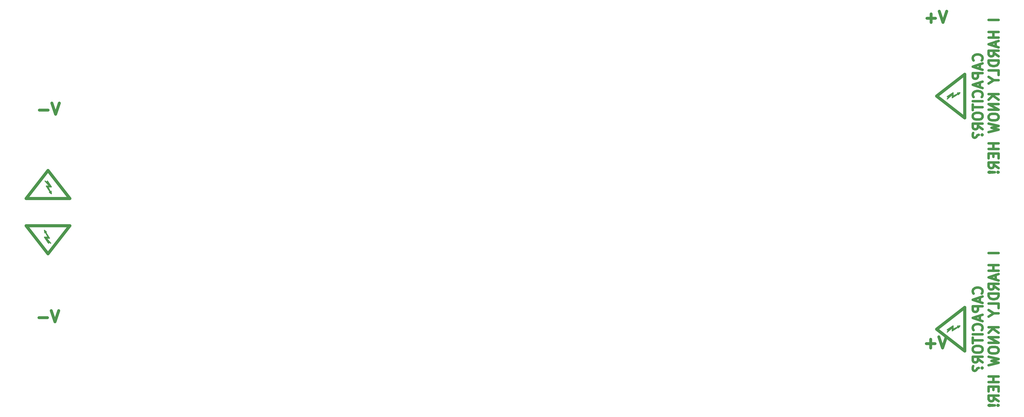
<source format=gbo>
G04 #@! TF.GenerationSoftware,KiCad,Pcbnew,7.0.2*
G04 #@! TF.CreationDate,2024-02-27T17:42:23-06:00*
G04 #@! TF.ProjectId,CapBankBreakout,43617042-616e-46b4-9272-65616b6f7574,rev?*
G04 #@! TF.SameCoordinates,Original*
G04 #@! TF.FileFunction,Legend,Bot*
G04 #@! TF.FilePolarity,Positive*
%FSLAX46Y46*%
G04 Gerber Fmt 4.6, Leading zero omitted, Abs format (unit mm)*
G04 Created by KiCad (PCBNEW 7.0.2) date 2024-02-27 17:42:23*
%MOMM*%
%LPD*%
G01*
G04 APERTURE LIST*
%ADD10C,1.143000*%
%ADD11C,1.000000*%
%ADD12C,0.100000*%
%ADD13C,1.270000*%
%ADD14C,0.381000*%
%ADD15R,18.288000X18.288000*%
%ADD16C,0.500000*%
%ADD17R,2.082800X2.082800*%
%ADD18C,2.082800*%
G04 APERTURE END LIST*
D10*
X140154285Y-152868474D02*
X138630285Y-157440474D01*
X138630285Y-157440474D02*
X137106285Y-152868474D01*
X135582285Y-155698760D02*
X132098857Y-155698760D01*
X139954285Y-237468474D02*
X138430285Y-242040474D01*
X138430285Y-242040474D02*
X136906285Y-237468474D01*
X135382285Y-240298760D02*
X131898857Y-240298760D01*
X500754285Y-248068474D02*
X499230285Y-252640474D01*
X499230285Y-252640474D02*
X497706285Y-248068474D01*
X496182285Y-250898760D02*
X492698857Y-250898760D01*
X494440571Y-252640474D02*
X494440571Y-249157045D01*
X500954285Y-115468474D02*
X499430285Y-120040474D01*
X499430285Y-120040474D02*
X497906285Y-115468474D01*
X496382285Y-118298760D02*
X492898857Y-118298760D01*
X494640571Y-120040474D02*
X494640571Y-116557045D01*
D11*
X515149523Y-230523810D02*
X515340000Y-230333334D01*
X515340000Y-230333334D02*
X515530476Y-229761905D01*
X515530476Y-229761905D02*
X515530476Y-229380953D01*
X515530476Y-229380953D02*
X515340000Y-228809524D01*
X515340000Y-228809524D02*
X514959047Y-228428572D01*
X514959047Y-228428572D02*
X514578095Y-228238095D01*
X514578095Y-228238095D02*
X513816190Y-228047619D01*
X513816190Y-228047619D02*
X513244761Y-228047619D01*
X513244761Y-228047619D02*
X512482857Y-228238095D01*
X512482857Y-228238095D02*
X512101904Y-228428572D01*
X512101904Y-228428572D02*
X511720952Y-228809524D01*
X511720952Y-228809524D02*
X511530476Y-229380953D01*
X511530476Y-229380953D02*
X511530476Y-229761905D01*
X511530476Y-229761905D02*
X511720952Y-230333334D01*
X511720952Y-230333334D02*
X511911428Y-230523810D01*
X514387619Y-232047619D02*
X514387619Y-233952381D01*
X515530476Y-231666667D02*
X511530476Y-233000000D01*
X511530476Y-233000000D02*
X515530476Y-234333334D01*
X515530476Y-235666666D02*
X511530476Y-235666666D01*
X511530476Y-235666666D02*
X511530476Y-237190476D01*
X511530476Y-237190476D02*
X511720952Y-237571428D01*
X511720952Y-237571428D02*
X511911428Y-237761905D01*
X511911428Y-237761905D02*
X512292380Y-237952381D01*
X512292380Y-237952381D02*
X512863809Y-237952381D01*
X512863809Y-237952381D02*
X513244761Y-237761905D01*
X513244761Y-237761905D02*
X513435238Y-237571428D01*
X513435238Y-237571428D02*
X513625714Y-237190476D01*
X513625714Y-237190476D02*
X513625714Y-235666666D01*
X514387619Y-239476190D02*
X514387619Y-241380952D01*
X515530476Y-239095238D02*
X511530476Y-240428571D01*
X511530476Y-240428571D02*
X515530476Y-241761905D01*
X515149523Y-245380952D02*
X515340000Y-245190476D01*
X515340000Y-245190476D02*
X515530476Y-244619047D01*
X515530476Y-244619047D02*
X515530476Y-244238095D01*
X515530476Y-244238095D02*
X515340000Y-243666666D01*
X515340000Y-243666666D02*
X514959047Y-243285714D01*
X514959047Y-243285714D02*
X514578095Y-243095237D01*
X514578095Y-243095237D02*
X513816190Y-242904761D01*
X513816190Y-242904761D02*
X513244761Y-242904761D01*
X513244761Y-242904761D02*
X512482857Y-243095237D01*
X512482857Y-243095237D02*
X512101904Y-243285714D01*
X512101904Y-243285714D02*
X511720952Y-243666666D01*
X511720952Y-243666666D02*
X511530476Y-244238095D01*
X511530476Y-244238095D02*
X511530476Y-244619047D01*
X511530476Y-244619047D02*
X511720952Y-245190476D01*
X511720952Y-245190476D02*
X511911428Y-245380952D01*
X515530476Y-247095237D02*
X511530476Y-247095237D01*
X511530476Y-248428571D02*
X511530476Y-250714285D01*
X515530476Y-249571428D02*
X511530476Y-249571428D01*
X511530476Y-252809523D02*
X511530476Y-253571428D01*
X511530476Y-253571428D02*
X511720952Y-253952380D01*
X511720952Y-253952380D02*
X512101904Y-254333333D01*
X512101904Y-254333333D02*
X512863809Y-254523809D01*
X512863809Y-254523809D02*
X514197142Y-254523809D01*
X514197142Y-254523809D02*
X514959047Y-254333333D01*
X514959047Y-254333333D02*
X515340000Y-253952380D01*
X515340000Y-253952380D02*
X515530476Y-253571428D01*
X515530476Y-253571428D02*
X515530476Y-252809523D01*
X515530476Y-252809523D02*
X515340000Y-252428571D01*
X515340000Y-252428571D02*
X514959047Y-252047618D01*
X514959047Y-252047618D02*
X514197142Y-251857142D01*
X514197142Y-251857142D02*
X512863809Y-251857142D01*
X512863809Y-251857142D02*
X512101904Y-252047618D01*
X512101904Y-252047618D02*
X511720952Y-252428571D01*
X511720952Y-252428571D02*
X511530476Y-252809523D01*
X515530476Y-258523809D02*
X513625714Y-257190475D01*
X515530476Y-256238094D02*
X511530476Y-256238094D01*
X511530476Y-256238094D02*
X511530476Y-257761904D01*
X511530476Y-257761904D02*
X511720952Y-258142856D01*
X511720952Y-258142856D02*
X511911428Y-258333333D01*
X511911428Y-258333333D02*
X512292380Y-258523809D01*
X512292380Y-258523809D02*
X512863809Y-258523809D01*
X512863809Y-258523809D02*
X513244761Y-258333333D01*
X513244761Y-258333333D02*
X513435238Y-258142856D01*
X513435238Y-258142856D02*
X513625714Y-257761904D01*
X513625714Y-257761904D02*
X513625714Y-256238094D01*
X515149523Y-260809523D02*
X515340000Y-260999999D01*
X515340000Y-260999999D02*
X515530476Y-260809523D01*
X515530476Y-260809523D02*
X515340000Y-260619047D01*
X515340000Y-260619047D02*
X515149523Y-260809523D01*
X515149523Y-260809523D02*
X515530476Y-260809523D01*
X511720952Y-260047618D02*
X511530476Y-260428571D01*
X511530476Y-260428571D02*
X511530476Y-261380952D01*
X511530476Y-261380952D02*
X511720952Y-261761904D01*
X511720952Y-261761904D02*
X512101904Y-261952380D01*
X512101904Y-261952380D02*
X512482857Y-261952380D01*
X512482857Y-261952380D02*
X512863809Y-261761904D01*
X512863809Y-261761904D02*
X513054285Y-261571428D01*
X513054285Y-261571428D02*
X513244761Y-261190475D01*
X513244761Y-261190475D02*
X513435238Y-260999999D01*
X513435238Y-260999999D02*
X513816190Y-260809523D01*
X513816190Y-260809523D02*
X514006666Y-260809523D01*
X522010476Y-213952381D02*
X518010476Y-213952381D01*
X522010476Y-218904762D02*
X518010476Y-218904762D01*
X519915238Y-218904762D02*
X519915238Y-221190477D01*
X522010476Y-221190477D02*
X518010476Y-221190477D01*
X520867619Y-222904762D02*
X520867619Y-224809524D01*
X522010476Y-222523810D02*
X518010476Y-223857143D01*
X518010476Y-223857143D02*
X522010476Y-225190477D01*
X522010476Y-228809524D02*
X520105714Y-227476190D01*
X522010476Y-226523809D02*
X518010476Y-226523809D01*
X518010476Y-226523809D02*
X518010476Y-228047619D01*
X518010476Y-228047619D02*
X518200952Y-228428571D01*
X518200952Y-228428571D02*
X518391428Y-228619048D01*
X518391428Y-228619048D02*
X518772380Y-228809524D01*
X518772380Y-228809524D02*
X519343809Y-228809524D01*
X519343809Y-228809524D02*
X519724761Y-228619048D01*
X519724761Y-228619048D02*
X519915238Y-228428571D01*
X519915238Y-228428571D02*
X520105714Y-228047619D01*
X520105714Y-228047619D02*
X520105714Y-226523809D01*
X522010476Y-230523809D02*
X518010476Y-230523809D01*
X518010476Y-230523809D02*
X518010476Y-231476190D01*
X518010476Y-231476190D02*
X518200952Y-232047619D01*
X518200952Y-232047619D02*
X518581904Y-232428571D01*
X518581904Y-232428571D02*
X518962857Y-232619048D01*
X518962857Y-232619048D02*
X519724761Y-232809524D01*
X519724761Y-232809524D02*
X520296190Y-232809524D01*
X520296190Y-232809524D02*
X521058095Y-232619048D01*
X521058095Y-232619048D02*
X521439047Y-232428571D01*
X521439047Y-232428571D02*
X521820000Y-232047619D01*
X521820000Y-232047619D02*
X522010476Y-231476190D01*
X522010476Y-231476190D02*
X522010476Y-230523809D01*
X522010476Y-236428571D02*
X522010476Y-234523809D01*
X522010476Y-234523809D02*
X518010476Y-234523809D01*
X520105714Y-238523809D02*
X522010476Y-238523809D01*
X518010476Y-237190476D02*
X520105714Y-238523809D01*
X520105714Y-238523809D02*
X518010476Y-239857143D01*
X522010476Y-244238094D02*
X518010476Y-244238094D01*
X522010476Y-246523809D02*
X519724761Y-244809523D01*
X518010476Y-246523809D02*
X520296190Y-244238094D01*
X522010476Y-248238094D02*
X518010476Y-248238094D01*
X518010476Y-248238094D02*
X522010476Y-250523809D01*
X522010476Y-250523809D02*
X518010476Y-250523809D01*
X518010476Y-253190475D02*
X518010476Y-253952380D01*
X518010476Y-253952380D02*
X518200952Y-254333332D01*
X518200952Y-254333332D02*
X518581904Y-254714285D01*
X518581904Y-254714285D02*
X519343809Y-254904761D01*
X519343809Y-254904761D02*
X520677142Y-254904761D01*
X520677142Y-254904761D02*
X521439047Y-254714285D01*
X521439047Y-254714285D02*
X521820000Y-254333332D01*
X521820000Y-254333332D02*
X522010476Y-253952380D01*
X522010476Y-253952380D02*
X522010476Y-253190475D01*
X522010476Y-253190475D02*
X521820000Y-252809523D01*
X521820000Y-252809523D02*
X521439047Y-252428570D01*
X521439047Y-252428570D02*
X520677142Y-252238094D01*
X520677142Y-252238094D02*
X519343809Y-252238094D01*
X519343809Y-252238094D02*
X518581904Y-252428570D01*
X518581904Y-252428570D02*
X518200952Y-252809523D01*
X518200952Y-252809523D02*
X518010476Y-253190475D01*
X518010476Y-256238094D02*
X522010476Y-257190475D01*
X522010476Y-257190475D02*
X519153333Y-257952380D01*
X519153333Y-257952380D02*
X522010476Y-258714285D01*
X522010476Y-258714285D02*
X518010476Y-259666666D01*
X522010476Y-264238094D02*
X518010476Y-264238094D01*
X519915238Y-264238094D02*
X519915238Y-266523809D01*
X522010476Y-266523809D02*
X518010476Y-266523809D01*
X519915238Y-268428570D02*
X519915238Y-269761904D01*
X522010476Y-270333332D02*
X522010476Y-268428570D01*
X522010476Y-268428570D02*
X518010476Y-268428570D01*
X518010476Y-268428570D02*
X518010476Y-270333332D01*
X522010476Y-274333333D02*
X520105714Y-272999999D01*
X522010476Y-272047618D02*
X518010476Y-272047618D01*
X518010476Y-272047618D02*
X518010476Y-273571428D01*
X518010476Y-273571428D02*
X518200952Y-273952380D01*
X518200952Y-273952380D02*
X518391428Y-274142857D01*
X518391428Y-274142857D02*
X518772380Y-274333333D01*
X518772380Y-274333333D02*
X519343809Y-274333333D01*
X519343809Y-274333333D02*
X519724761Y-274142857D01*
X519724761Y-274142857D02*
X519915238Y-273952380D01*
X519915238Y-273952380D02*
X520105714Y-273571428D01*
X520105714Y-273571428D02*
X520105714Y-272047618D01*
X521629523Y-276047618D02*
X521820000Y-276238095D01*
X521820000Y-276238095D02*
X522010476Y-276047618D01*
X522010476Y-276047618D02*
X521820000Y-275857142D01*
X521820000Y-275857142D02*
X521629523Y-276047618D01*
X521629523Y-276047618D02*
X522010476Y-276047618D01*
X520486666Y-276047618D02*
X518200952Y-275857142D01*
X518200952Y-275857142D02*
X518010476Y-276047618D01*
X518010476Y-276047618D02*
X518200952Y-276238095D01*
X518200952Y-276238095D02*
X520486666Y-276047618D01*
X520486666Y-276047618D02*
X518010476Y-276047618D01*
X515149523Y-135523810D02*
X515340000Y-135333334D01*
X515340000Y-135333334D02*
X515530476Y-134761905D01*
X515530476Y-134761905D02*
X515530476Y-134380953D01*
X515530476Y-134380953D02*
X515340000Y-133809524D01*
X515340000Y-133809524D02*
X514959047Y-133428572D01*
X514959047Y-133428572D02*
X514578095Y-133238095D01*
X514578095Y-133238095D02*
X513816190Y-133047619D01*
X513816190Y-133047619D02*
X513244761Y-133047619D01*
X513244761Y-133047619D02*
X512482857Y-133238095D01*
X512482857Y-133238095D02*
X512101904Y-133428572D01*
X512101904Y-133428572D02*
X511720952Y-133809524D01*
X511720952Y-133809524D02*
X511530476Y-134380953D01*
X511530476Y-134380953D02*
X511530476Y-134761905D01*
X511530476Y-134761905D02*
X511720952Y-135333334D01*
X511720952Y-135333334D02*
X511911428Y-135523810D01*
X514387619Y-137047619D02*
X514387619Y-138952381D01*
X515530476Y-136666667D02*
X511530476Y-138000000D01*
X511530476Y-138000000D02*
X515530476Y-139333334D01*
X515530476Y-140666666D02*
X511530476Y-140666666D01*
X511530476Y-140666666D02*
X511530476Y-142190476D01*
X511530476Y-142190476D02*
X511720952Y-142571428D01*
X511720952Y-142571428D02*
X511911428Y-142761905D01*
X511911428Y-142761905D02*
X512292380Y-142952381D01*
X512292380Y-142952381D02*
X512863809Y-142952381D01*
X512863809Y-142952381D02*
X513244761Y-142761905D01*
X513244761Y-142761905D02*
X513435238Y-142571428D01*
X513435238Y-142571428D02*
X513625714Y-142190476D01*
X513625714Y-142190476D02*
X513625714Y-140666666D01*
X514387619Y-144476190D02*
X514387619Y-146380952D01*
X515530476Y-144095238D02*
X511530476Y-145428571D01*
X511530476Y-145428571D02*
X515530476Y-146761905D01*
X515149523Y-150380952D02*
X515340000Y-150190476D01*
X515340000Y-150190476D02*
X515530476Y-149619047D01*
X515530476Y-149619047D02*
X515530476Y-149238095D01*
X515530476Y-149238095D02*
X515340000Y-148666666D01*
X515340000Y-148666666D02*
X514959047Y-148285714D01*
X514959047Y-148285714D02*
X514578095Y-148095237D01*
X514578095Y-148095237D02*
X513816190Y-147904761D01*
X513816190Y-147904761D02*
X513244761Y-147904761D01*
X513244761Y-147904761D02*
X512482857Y-148095237D01*
X512482857Y-148095237D02*
X512101904Y-148285714D01*
X512101904Y-148285714D02*
X511720952Y-148666666D01*
X511720952Y-148666666D02*
X511530476Y-149238095D01*
X511530476Y-149238095D02*
X511530476Y-149619047D01*
X511530476Y-149619047D02*
X511720952Y-150190476D01*
X511720952Y-150190476D02*
X511911428Y-150380952D01*
X515530476Y-152095237D02*
X511530476Y-152095237D01*
X511530476Y-153428571D02*
X511530476Y-155714285D01*
X515530476Y-154571428D02*
X511530476Y-154571428D01*
X511530476Y-157809523D02*
X511530476Y-158571428D01*
X511530476Y-158571428D02*
X511720952Y-158952380D01*
X511720952Y-158952380D02*
X512101904Y-159333333D01*
X512101904Y-159333333D02*
X512863809Y-159523809D01*
X512863809Y-159523809D02*
X514197142Y-159523809D01*
X514197142Y-159523809D02*
X514959047Y-159333333D01*
X514959047Y-159333333D02*
X515340000Y-158952380D01*
X515340000Y-158952380D02*
X515530476Y-158571428D01*
X515530476Y-158571428D02*
X515530476Y-157809523D01*
X515530476Y-157809523D02*
X515340000Y-157428571D01*
X515340000Y-157428571D02*
X514959047Y-157047618D01*
X514959047Y-157047618D02*
X514197142Y-156857142D01*
X514197142Y-156857142D02*
X512863809Y-156857142D01*
X512863809Y-156857142D02*
X512101904Y-157047618D01*
X512101904Y-157047618D02*
X511720952Y-157428571D01*
X511720952Y-157428571D02*
X511530476Y-157809523D01*
X515530476Y-163523809D02*
X513625714Y-162190475D01*
X515530476Y-161238094D02*
X511530476Y-161238094D01*
X511530476Y-161238094D02*
X511530476Y-162761904D01*
X511530476Y-162761904D02*
X511720952Y-163142856D01*
X511720952Y-163142856D02*
X511911428Y-163333333D01*
X511911428Y-163333333D02*
X512292380Y-163523809D01*
X512292380Y-163523809D02*
X512863809Y-163523809D01*
X512863809Y-163523809D02*
X513244761Y-163333333D01*
X513244761Y-163333333D02*
X513435238Y-163142856D01*
X513435238Y-163142856D02*
X513625714Y-162761904D01*
X513625714Y-162761904D02*
X513625714Y-161238094D01*
X515149523Y-165809523D02*
X515340000Y-165999999D01*
X515340000Y-165999999D02*
X515530476Y-165809523D01*
X515530476Y-165809523D02*
X515340000Y-165619047D01*
X515340000Y-165619047D02*
X515149523Y-165809523D01*
X515149523Y-165809523D02*
X515530476Y-165809523D01*
X511720952Y-165047618D02*
X511530476Y-165428571D01*
X511530476Y-165428571D02*
X511530476Y-166380952D01*
X511530476Y-166380952D02*
X511720952Y-166761904D01*
X511720952Y-166761904D02*
X512101904Y-166952380D01*
X512101904Y-166952380D02*
X512482857Y-166952380D01*
X512482857Y-166952380D02*
X512863809Y-166761904D01*
X512863809Y-166761904D02*
X513054285Y-166571428D01*
X513054285Y-166571428D02*
X513244761Y-166190475D01*
X513244761Y-166190475D02*
X513435238Y-165999999D01*
X513435238Y-165999999D02*
X513816190Y-165809523D01*
X513816190Y-165809523D02*
X514006666Y-165809523D01*
X522010476Y-118952381D02*
X518010476Y-118952381D01*
X522010476Y-123904762D02*
X518010476Y-123904762D01*
X519915238Y-123904762D02*
X519915238Y-126190477D01*
X522010476Y-126190477D02*
X518010476Y-126190477D01*
X520867619Y-127904762D02*
X520867619Y-129809524D01*
X522010476Y-127523810D02*
X518010476Y-128857143D01*
X518010476Y-128857143D02*
X522010476Y-130190477D01*
X522010476Y-133809524D02*
X520105714Y-132476190D01*
X522010476Y-131523809D02*
X518010476Y-131523809D01*
X518010476Y-131523809D02*
X518010476Y-133047619D01*
X518010476Y-133047619D02*
X518200952Y-133428571D01*
X518200952Y-133428571D02*
X518391428Y-133619048D01*
X518391428Y-133619048D02*
X518772380Y-133809524D01*
X518772380Y-133809524D02*
X519343809Y-133809524D01*
X519343809Y-133809524D02*
X519724761Y-133619048D01*
X519724761Y-133619048D02*
X519915238Y-133428571D01*
X519915238Y-133428571D02*
X520105714Y-133047619D01*
X520105714Y-133047619D02*
X520105714Y-131523809D01*
X522010476Y-135523809D02*
X518010476Y-135523809D01*
X518010476Y-135523809D02*
X518010476Y-136476190D01*
X518010476Y-136476190D02*
X518200952Y-137047619D01*
X518200952Y-137047619D02*
X518581904Y-137428571D01*
X518581904Y-137428571D02*
X518962857Y-137619048D01*
X518962857Y-137619048D02*
X519724761Y-137809524D01*
X519724761Y-137809524D02*
X520296190Y-137809524D01*
X520296190Y-137809524D02*
X521058095Y-137619048D01*
X521058095Y-137619048D02*
X521439047Y-137428571D01*
X521439047Y-137428571D02*
X521820000Y-137047619D01*
X521820000Y-137047619D02*
X522010476Y-136476190D01*
X522010476Y-136476190D02*
X522010476Y-135523809D01*
X522010476Y-141428571D02*
X522010476Y-139523809D01*
X522010476Y-139523809D02*
X518010476Y-139523809D01*
X520105714Y-143523809D02*
X522010476Y-143523809D01*
X518010476Y-142190476D02*
X520105714Y-143523809D01*
X520105714Y-143523809D02*
X518010476Y-144857143D01*
X522010476Y-149238094D02*
X518010476Y-149238094D01*
X522010476Y-151523809D02*
X519724761Y-149809523D01*
X518010476Y-151523809D02*
X520296190Y-149238094D01*
X522010476Y-153238094D02*
X518010476Y-153238094D01*
X518010476Y-153238094D02*
X522010476Y-155523809D01*
X522010476Y-155523809D02*
X518010476Y-155523809D01*
X518010476Y-158190475D02*
X518010476Y-158952380D01*
X518010476Y-158952380D02*
X518200952Y-159333332D01*
X518200952Y-159333332D02*
X518581904Y-159714285D01*
X518581904Y-159714285D02*
X519343809Y-159904761D01*
X519343809Y-159904761D02*
X520677142Y-159904761D01*
X520677142Y-159904761D02*
X521439047Y-159714285D01*
X521439047Y-159714285D02*
X521820000Y-159333332D01*
X521820000Y-159333332D02*
X522010476Y-158952380D01*
X522010476Y-158952380D02*
X522010476Y-158190475D01*
X522010476Y-158190475D02*
X521820000Y-157809523D01*
X521820000Y-157809523D02*
X521439047Y-157428570D01*
X521439047Y-157428570D02*
X520677142Y-157238094D01*
X520677142Y-157238094D02*
X519343809Y-157238094D01*
X519343809Y-157238094D02*
X518581904Y-157428570D01*
X518581904Y-157428570D02*
X518200952Y-157809523D01*
X518200952Y-157809523D02*
X518010476Y-158190475D01*
X518010476Y-161238094D02*
X522010476Y-162190475D01*
X522010476Y-162190475D02*
X519153333Y-162952380D01*
X519153333Y-162952380D02*
X522010476Y-163714285D01*
X522010476Y-163714285D02*
X518010476Y-164666666D01*
X522010476Y-169238094D02*
X518010476Y-169238094D01*
X519915238Y-169238094D02*
X519915238Y-171523809D01*
X522010476Y-171523809D02*
X518010476Y-171523809D01*
X519915238Y-173428570D02*
X519915238Y-174761904D01*
X522010476Y-175333332D02*
X522010476Y-173428570D01*
X522010476Y-173428570D02*
X518010476Y-173428570D01*
X518010476Y-173428570D02*
X518010476Y-175333332D01*
X522010476Y-179333333D02*
X520105714Y-177999999D01*
X522010476Y-177047618D02*
X518010476Y-177047618D01*
X518010476Y-177047618D02*
X518010476Y-178571428D01*
X518010476Y-178571428D02*
X518200952Y-178952380D01*
X518200952Y-178952380D02*
X518391428Y-179142857D01*
X518391428Y-179142857D02*
X518772380Y-179333333D01*
X518772380Y-179333333D02*
X519343809Y-179333333D01*
X519343809Y-179333333D02*
X519724761Y-179142857D01*
X519724761Y-179142857D02*
X519915238Y-178952380D01*
X519915238Y-178952380D02*
X520105714Y-178571428D01*
X520105714Y-178571428D02*
X520105714Y-177047618D01*
X521629523Y-181047618D02*
X521820000Y-181238095D01*
X521820000Y-181238095D02*
X522010476Y-181047618D01*
X522010476Y-181047618D02*
X521820000Y-180857142D01*
X521820000Y-180857142D02*
X521629523Y-181047618D01*
X521629523Y-181047618D02*
X522010476Y-181047618D01*
X520486666Y-181047618D02*
X518200952Y-180857142D01*
X518200952Y-180857142D02*
X518010476Y-181047618D01*
X518010476Y-181047618D02*
X518200952Y-181238095D01*
X518200952Y-181238095D02*
X520486666Y-181047618D01*
X520486666Y-181047618D02*
X518010476Y-181047618D01*
D12*
X134166666Y-202322380D02*
X133833333Y-202798571D01*
X133595238Y-202322380D02*
X133595238Y-203322380D01*
X133595238Y-203322380D02*
X133976190Y-203322380D01*
X133976190Y-203322380D02*
X134071428Y-203274761D01*
X134071428Y-203274761D02*
X134119047Y-203227142D01*
X134119047Y-203227142D02*
X134166666Y-203131904D01*
X134166666Y-203131904D02*
X134166666Y-202989047D01*
X134166666Y-202989047D02*
X134119047Y-202893809D01*
X134119047Y-202893809D02*
X134071428Y-202846190D01*
X134071428Y-202846190D02*
X133976190Y-202798571D01*
X133976190Y-202798571D02*
X133595238Y-202798571D01*
X134595238Y-202846190D02*
X134928571Y-202846190D01*
X135071428Y-202322380D02*
X134595238Y-202322380D01*
X134595238Y-202322380D02*
X134595238Y-203322380D01*
X134595238Y-203322380D02*
X135071428Y-203322380D01*
X135833333Y-202846190D02*
X135500000Y-202846190D01*
X135500000Y-202322380D02*
X135500000Y-203322380D01*
X135500000Y-203322380D02*
X135976190Y-203322380D01*
X136500000Y-203322380D02*
X136500000Y-203084285D01*
X136261905Y-203179523D02*
X136500000Y-203084285D01*
X136500000Y-203084285D02*
X136738095Y-203179523D01*
X136357143Y-202893809D02*
X136500000Y-203084285D01*
X136500000Y-203084285D02*
X136642857Y-202893809D01*
X137261905Y-203322380D02*
X137261905Y-203084285D01*
X137023810Y-203179523D02*
X137261905Y-203084285D01*
X137261905Y-203084285D02*
X137500000Y-203179523D01*
X137119048Y-202893809D02*
X137261905Y-203084285D01*
X137261905Y-203084285D02*
X137404762Y-202893809D01*
X508677619Y-148666666D02*
X508201428Y-148333333D01*
X508677619Y-148095238D02*
X507677619Y-148095238D01*
X507677619Y-148095238D02*
X507677619Y-148476190D01*
X507677619Y-148476190D02*
X507725238Y-148571428D01*
X507725238Y-148571428D02*
X507772857Y-148619047D01*
X507772857Y-148619047D02*
X507868095Y-148666666D01*
X507868095Y-148666666D02*
X508010952Y-148666666D01*
X508010952Y-148666666D02*
X508106190Y-148619047D01*
X508106190Y-148619047D02*
X508153809Y-148571428D01*
X508153809Y-148571428D02*
X508201428Y-148476190D01*
X508201428Y-148476190D02*
X508201428Y-148095238D01*
X508153809Y-149095238D02*
X508153809Y-149428571D01*
X508677619Y-149571428D02*
X508677619Y-149095238D01*
X508677619Y-149095238D02*
X507677619Y-149095238D01*
X507677619Y-149095238D02*
X507677619Y-149571428D01*
X508153809Y-150333333D02*
X508153809Y-150000000D01*
X508677619Y-150000000D02*
X507677619Y-150000000D01*
X507677619Y-150000000D02*
X507677619Y-150476190D01*
X507677619Y-151000000D02*
X507915714Y-151000000D01*
X507820476Y-150761905D02*
X507915714Y-151000000D01*
X507915714Y-151000000D02*
X507820476Y-151238095D01*
X508106190Y-150857143D02*
X507915714Y-151000000D01*
X507915714Y-151000000D02*
X508106190Y-151142857D01*
X507677619Y-151761905D02*
X507915714Y-151761905D01*
X507820476Y-151523810D02*
X507915714Y-151761905D01*
X507915714Y-151761905D02*
X507820476Y-152000000D01*
X508106190Y-151619048D02*
X507915714Y-151761905D01*
X507915714Y-151761905D02*
X508106190Y-151904762D01*
X136833333Y-192177619D02*
X137166666Y-191701428D01*
X137404761Y-192177619D02*
X137404761Y-191177619D01*
X137404761Y-191177619D02*
X137023809Y-191177619D01*
X137023809Y-191177619D02*
X136928571Y-191225238D01*
X136928571Y-191225238D02*
X136880952Y-191272857D01*
X136880952Y-191272857D02*
X136833333Y-191368095D01*
X136833333Y-191368095D02*
X136833333Y-191510952D01*
X136833333Y-191510952D02*
X136880952Y-191606190D01*
X136880952Y-191606190D02*
X136928571Y-191653809D01*
X136928571Y-191653809D02*
X137023809Y-191701428D01*
X137023809Y-191701428D02*
X137404761Y-191701428D01*
X136404761Y-191653809D02*
X136071428Y-191653809D01*
X135928571Y-192177619D02*
X136404761Y-192177619D01*
X136404761Y-192177619D02*
X136404761Y-191177619D01*
X136404761Y-191177619D02*
X135928571Y-191177619D01*
X135166666Y-191653809D02*
X135499999Y-191653809D01*
X135499999Y-192177619D02*
X135499999Y-191177619D01*
X135499999Y-191177619D02*
X135023809Y-191177619D01*
X134499999Y-191177619D02*
X134499999Y-191415714D01*
X134738094Y-191320476D02*
X134499999Y-191415714D01*
X134499999Y-191415714D02*
X134261904Y-191320476D01*
X134642856Y-191606190D02*
X134499999Y-191415714D01*
X134499999Y-191415714D02*
X134357142Y-191606190D01*
X133738094Y-191177619D02*
X133738094Y-191415714D01*
X133976189Y-191320476D02*
X133738094Y-191415714D01*
X133738094Y-191415714D02*
X133499999Y-191320476D01*
X133880951Y-191606190D02*
X133738094Y-191415714D01*
X133738094Y-191415714D02*
X133595237Y-191606190D01*
X508677619Y-243666666D02*
X508201428Y-243333333D01*
X508677619Y-243095238D02*
X507677619Y-243095238D01*
X507677619Y-243095238D02*
X507677619Y-243476190D01*
X507677619Y-243476190D02*
X507725238Y-243571428D01*
X507725238Y-243571428D02*
X507772857Y-243619047D01*
X507772857Y-243619047D02*
X507868095Y-243666666D01*
X507868095Y-243666666D02*
X508010952Y-243666666D01*
X508010952Y-243666666D02*
X508106190Y-243619047D01*
X508106190Y-243619047D02*
X508153809Y-243571428D01*
X508153809Y-243571428D02*
X508201428Y-243476190D01*
X508201428Y-243476190D02*
X508201428Y-243095238D01*
X508153809Y-244095238D02*
X508153809Y-244428571D01*
X508677619Y-244571428D02*
X508677619Y-244095238D01*
X508677619Y-244095238D02*
X507677619Y-244095238D01*
X507677619Y-244095238D02*
X507677619Y-244571428D01*
X508153809Y-245333333D02*
X508153809Y-245000000D01*
X508677619Y-245000000D02*
X507677619Y-245000000D01*
X507677619Y-245000000D02*
X507677619Y-245476190D01*
X507677619Y-246000000D02*
X507915714Y-246000000D01*
X507820476Y-245761905D02*
X507915714Y-246000000D01*
X507915714Y-246000000D02*
X507820476Y-246238095D01*
X508106190Y-245857143D02*
X507915714Y-246000000D01*
X507915714Y-246000000D02*
X508106190Y-246142857D01*
X507677619Y-246761905D02*
X507915714Y-246761905D01*
X507820476Y-246523810D02*
X507915714Y-246761905D01*
X507915714Y-246761905D02*
X507820476Y-247000000D01*
X508106190Y-246619048D02*
X507915714Y-246761905D01*
X507915714Y-246761905D02*
X508106190Y-246904762D01*
D13*
X126610000Y-202785000D02*
X135500000Y-214215000D01*
D14*
X134103000Y-204690000D02*
X134865000Y-205325000D01*
X134103000Y-207484000D02*
X135500000Y-207484000D01*
X134230000Y-205706000D02*
X134103000Y-204690000D01*
X134357000Y-205071000D02*
X136135000Y-207865000D01*
X134357000Y-205198000D02*
X134230000Y-205706000D01*
X134484000Y-207611000D02*
X135754000Y-207611000D01*
X134865000Y-205325000D02*
X134357000Y-205071000D01*
X134865000Y-207865000D02*
X136643000Y-209897000D01*
X135500000Y-207484000D02*
X134357000Y-205198000D01*
D13*
X135500000Y-214215000D02*
X144390000Y-202785000D01*
D14*
X135627000Y-209770000D02*
X134103000Y-207484000D01*
X135881000Y-209389000D02*
X135754000Y-209897000D01*
X135881000Y-209516000D02*
X134484000Y-207611000D01*
X136135000Y-207865000D02*
X134865000Y-207865000D01*
X136643000Y-209897000D02*
X135881000Y-209389000D01*
D13*
X144390000Y-202785000D02*
X126610000Y-202785000D01*
X508215000Y-141110000D02*
X496785000Y-150000000D01*
D14*
X506310000Y-148603000D02*
X505675000Y-149365000D01*
X503516000Y-148603000D02*
X503516000Y-150000000D01*
X505294000Y-148730000D02*
X506310000Y-148603000D01*
X505929000Y-148857000D02*
X503135000Y-150635000D01*
X505802000Y-148857000D02*
X505294000Y-148730000D01*
X503389000Y-148984000D02*
X503389000Y-150254000D01*
X505675000Y-149365000D02*
X505929000Y-148857000D01*
X503135000Y-149365000D02*
X501103000Y-151143000D01*
X503516000Y-150000000D02*
X505802000Y-148857000D01*
D13*
X496785000Y-150000000D02*
X508215000Y-158890000D01*
D14*
X501230000Y-150127000D02*
X503516000Y-148603000D01*
X501611000Y-150381000D02*
X501103000Y-150254000D01*
X501484000Y-150381000D02*
X503389000Y-148984000D01*
X503135000Y-150635000D02*
X503135000Y-149365000D01*
X501103000Y-151143000D02*
X501611000Y-150381000D01*
D13*
X508215000Y-158890000D02*
X508215000Y-141110000D01*
X144390000Y-191715000D02*
X135500000Y-180285000D01*
D14*
X136897000Y-189810000D02*
X136135000Y-189175000D01*
X136897000Y-187016000D02*
X135500000Y-187016000D01*
X136770000Y-188794000D02*
X136897000Y-189810000D01*
X136643000Y-189429000D02*
X134865000Y-186635000D01*
X136643000Y-189302000D02*
X136770000Y-188794000D01*
X136516000Y-186889000D02*
X135246000Y-186889000D01*
X136135000Y-189175000D02*
X136643000Y-189429000D01*
X136135000Y-186635000D02*
X134357000Y-184603000D01*
X135500000Y-187016000D02*
X136643000Y-189302000D01*
D13*
X135500000Y-180285000D02*
X126610000Y-191715000D01*
D14*
X135373000Y-184730000D02*
X136897000Y-187016000D01*
X135119000Y-185111000D02*
X135246000Y-184603000D01*
X135119000Y-184984000D02*
X136516000Y-186889000D01*
X134865000Y-186635000D02*
X136135000Y-186635000D01*
X134357000Y-184603000D02*
X135119000Y-185111000D01*
D13*
X126610000Y-191715000D02*
X144390000Y-191715000D01*
X508215000Y-236110000D02*
X496785000Y-245000000D01*
D14*
X506310000Y-243603000D02*
X505675000Y-244365000D01*
X503516000Y-243603000D02*
X503516000Y-245000000D01*
X505294000Y-243730000D02*
X506310000Y-243603000D01*
X505929000Y-243857000D02*
X503135000Y-245635000D01*
X505802000Y-243857000D02*
X505294000Y-243730000D01*
X503389000Y-243984000D02*
X503389000Y-245254000D01*
X505675000Y-244365000D02*
X505929000Y-243857000D01*
X503135000Y-244365000D02*
X501103000Y-246143000D01*
X503516000Y-245000000D02*
X505802000Y-243857000D01*
D13*
X496785000Y-245000000D02*
X508215000Y-253890000D01*
D14*
X501230000Y-245127000D02*
X503516000Y-243603000D01*
X501611000Y-245381000D02*
X501103000Y-245254000D01*
X501484000Y-245381000D02*
X503389000Y-243984000D01*
X503135000Y-245635000D02*
X503135000Y-244365000D01*
X501103000Y-246143000D02*
X501611000Y-245381000D01*
D13*
X508215000Y-253890000D02*
X508215000Y-236110000D01*
%LPC*%
D15*
X135585000Y-168965000D03*
D16*
X341250000Y-195000000D03*
X341250000Y-200000000D03*
X342000000Y-195000000D03*
X342000000Y-195000000D03*
X342000000Y-200000000D03*
X342000000Y-200000000D03*
X342750000Y-195000000D03*
X342750000Y-200000000D03*
X343500000Y-195000000D03*
X343500000Y-200000000D03*
X344250000Y-195000000D03*
X344250000Y-200000000D03*
X345000000Y-195000000D03*
X345000000Y-200000000D03*
X345750000Y-195000000D03*
X345750000Y-200000000D03*
X346500000Y-195000000D03*
X346500000Y-200000000D03*
X347250000Y-195000000D03*
X347250000Y-200000000D03*
X348000000Y-195000000D03*
X348000000Y-200000000D03*
X348750000Y-195000000D03*
X348750000Y-200000000D03*
D17*
X216994998Y-180175709D03*
D18*
X216994998Y-157675709D03*
X226737784Y-174550709D03*
X207252212Y-174550709D03*
D17*
X414927000Y-275457559D03*
D18*
X414927000Y-252957559D03*
X424669786Y-269832559D03*
X405184214Y-269832559D03*
D17*
X282927000Y-275457559D03*
D18*
X282927000Y-252957559D03*
X292669786Y-269832559D03*
X273184214Y-269832559D03*
D17*
X349130000Y-214649968D03*
D18*
X349130000Y-237149968D03*
X339387214Y-220274968D03*
X358872786Y-220274968D03*
D17*
X282994998Y-119495409D03*
D18*
X282994998Y-141995409D03*
X273252212Y-125120409D03*
X292737784Y-125120409D03*
D16*
X146250000Y-200000000D03*
X146250000Y-195000000D03*
X145500000Y-200000000D03*
X145500000Y-200000000D03*
X145500000Y-195000000D03*
X145500000Y-195000000D03*
X144750000Y-200000000D03*
X144750000Y-195000000D03*
X144000000Y-200000000D03*
X144000000Y-195000000D03*
X143250000Y-200000000D03*
X143250000Y-195000000D03*
X142500000Y-200000000D03*
X142500000Y-195000000D03*
X141750000Y-200000000D03*
X141750000Y-195000000D03*
X141000000Y-200000000D03*
X141000000Y-195000000D03*
X140250000Y-200000000D03*
X140250000Y-195000000D03*
X139500000Y-200000000D03*
X139500000Y-195000000D03*
X138750000Y-200000000D03*
X138750000Y-195000000D03*
D17*
X437130000Y-214649968D03*
D18*
X437130000Y-237149968D03*
X427387214Y-220274968D03*
X446872786Y-220274968D03*
D17*
X481130000Y-214649968D03*
D18*
X481130000Y-237149968D03*
X471387214Y-220274968D03*
X490872786Y-220274968D03*
D15*
X496160000Y-264027559D03*
D17*
X326898000Y-275457559D03*
D18*
X326898000Y-252957559D03*
X336640786Y-269832559D03*
X317155214Y-269832559D03*
D17*
X172994998Y-180175709D03*
D18*
X172994998Y-157675709D03*
X182737784Y-174550709D03*
X163252212Y-174550709D03*
D17*
X436994998Y-180175709D03*
D18*
X436994998Y-157675709D03*
X446737784Y-174550709D03*
X427252212Y-174550709D03*
D17*
X458994998Y-119585559D03*
D18*
X458994998Y-142085559D03*
X449252212Y-125210559D03*
X468737784Y-125210559D03*
D16*
X301250000Y-200000000D03*
X301250000Y-195000000D03*
X300500000Y-200000000D03*
X300500000Y-200000000D03*
X300500000Y-195000000D03*
X300500000Y-195000000D03*
X299750000Y-200000000D03*
X299750000Y-195000000D03*
X299000000Y-200000000D03*
X299000000Y-195000000D03*
X298250000Y-200000000D03*
X298250000Y-195000000D03*
X297500000Y-200000000D03*
X297500000Y-195000000D03*
X296750000Y-200000000D03*
X296750000Y-195000000D03*
X296000000Y-200000000D03*
X296000000Y-195000000D03*
X295250000Y-200000000D03*
X295250000Y-195000000D03*
X294500000Y-200000000D03*
X294500000Y-195000000D03*
X293750000Y-200000000D03*
X293750000Y-195000000D03*
D17*
X217130000Y-214649968D03*
D18*
X217130000Y-237149968D03*
X207387214Y-220274968D03*
X226872786Y-220274968D03*
D15*
X135480000Y-225927559D03*
D17*
X150994998Y-119495409D03*
D18*
X150994998Y-141995409D03*
X141252212Y-125120409D03*
X160737784Y-125120409D03*
D17*
X326994998Y-119495409D03*
D18*
X326994998Y-141995409D03*
X317252212Y-125120409D03*
X336737784Y-125120409D03*
D17*
X392994998Y-180085559D03*
D18*
X392994998Y-157585559D03*
X402737784Y-174460559D03*
X383252212Y-174460559D03*
D17*
X370994998Y-119585559D03*
D18*
X370994998Y-142085559D03*
X361252212Y-125210559D03*
X380737784Y-125210559D03*
D17*
X238994998Y-119495409D03*
D18*
X238994998Y-141995409D03*
X229252212Y-125120409D03*
X248737784Y-125120409D03*
D17*
X480994998Y-180175709D03*
D18*
X480994998Y-157675709D03*
X490737784Y-174550709D03*
X471252212Y-174550709D03*
D17*
X458927000Y-275457559D03*
D18*
X458927000Y-252957559D03*
X468669786Y-269832559D03*
X449184214Y-269832559D03*
D17*
X304994998Y-180175709D03*
D18*
X304994998Y-157675709D03*
X314737784Y-174550709D03*
X295252212Y-174550709D03*
D17*
X393130000Y-214649968D03*
D18*
X393130000Y-237149968D03*
X383387214Y-220274968D03*
X402872786Y-220274968D03*
D17*
X260994998Y-180175709D03*
D18*
X260994998Y-157675709D03*
X270737784Y-174550709D03*
X251252212Y-174550709D03*
D17*
X370927000Y-275457559D03*
D18*
X370927000Y-252957559D03*
X380669786Y-269832559D03*
X361184214Y-269832559D03*
D17*
X194927000Y-275457559D03*
D18*
X194927000Y-252957559D03*
X204669786Y-269832559D03*
X185184214Y-269832559D03*
D17*
X194994998Y-119495409D03*
D18*
X194994998Y-141995409D03*
X185252212Y-125120409D03*
X204737784Y-125120409D03*
D17*
X238927000Y-275457559D03*
D18*
X238927000Y-252957559D03*
X248669786Y-269832559D03*
X229184214Y-269832559D03*
D17*
X348994998Y-180175709D03*
D18*
X348994998Y-157675709D03*
X358737784Y-174550709D03*
X339252212Y-174550709D03*
D16*
X496250000Y-195000000D03*
X496250000Y-200000000D03*
X497000000Y-195000000D03*
X497000000Y-195000000D03*
X497000000Y-200000000D03*
X497000000Y-200000000D03*
X497750000Y-195000000D03*
X497750000Y-200000000D03*
X498500000Y-195000000D03*
X498500000Y-200000000D03*
X499250000Y-195000000D03*
X499250000Y-200000000D03*
X500000000Y-195000000D03*
X500000000Y-200000000D03*
X500750000Y-195000000D03*
X500750000Y-200000000D03*
X501500000Y-195000000D03*
X501500000Y-200000000D03*
X502250000Y-195000000D03*
X502250000Y-200000000D03*
X503000000Y-195000000D03*
X503000000Y-200000000D03*
X503750000Y-195000000D03*
X503750000Y-200000000D03*
D15*
X496265000Y-130865000D03*
D17*
X261130000Y-214649968D03*
D18*
X261130000Y-237149968D03*
X251387214Y-220274968D03*
X270872786Y-220274968D03*
D17*
X151079000Y-275457559D03*
D18*
X151079000Y-252957559D03*
X160821786Y-269832559D03*
X141336214Y-269832559D03*
D17*
X305130000Y-214649968D03*
D18*
X305130000Y-237149968D03*
X295387214Y-220274968D03*
X314872786Y-220274968D03*
D17*
X414994998Y-119585559D03*
D18*
X414994998Y-142085559D03*
X405252212Y-125210559D03*
X424737784Y-125210559D03*
D17*
X173130000Y-214649968D03*
D18*
X173130000Y-237149968D03*
X163387214Y-220274968D03*
X182872786Y-220274968D03*
D16*
X146250000Y-200000000D03*
X146250000Y-195000000D03*
X145500000Y-200000000D03*
X145500000Y-200000000D03*
X145500000Y-195000000D03*
X145500000Y-195000000D03*
X144750000Y-200000000D03*
X144750000Y-195000000D03*
X144000000Y-200000000D03*
X144000000Y-195000000D03*
X143250000Y-200000000D03*
X143250000Y-195000000D03*
X142500000Y-200000000D03*
X142500000Y-195000000D03*
X141750000Y-200000000D03*
X141750000Y-195000000D03*
X141000000Y-200000000D03*
X141000000Y-195000000D03*
X140250000Y-200000000D03*
X140250000Y-195000000D03*
X139500000Y-200000000D03*
X139500000Y-195000000D03*
X138750000Y-200000000D03*
X138750000Y-195000000D03*
%LPD*%
M02*

</source>
